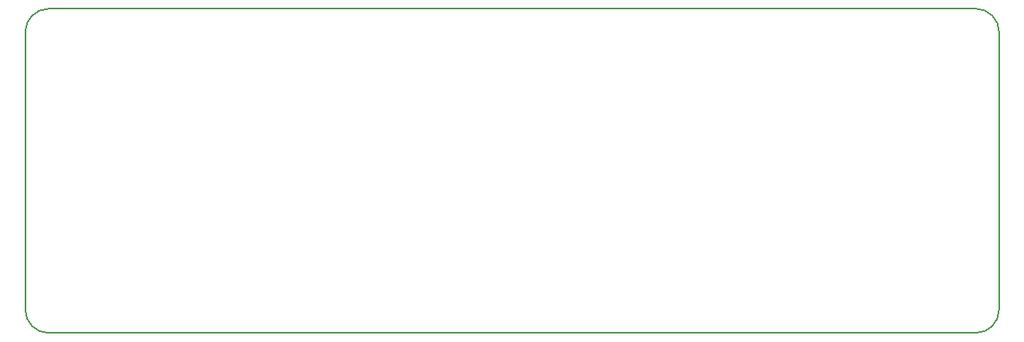
<source format=gbr>
G04 #@! TF.GenerationSoftware,KiCad,Pcbnew,(5.0.2)-1*
G04 #@! TF.CreationDate,2019-04-02T18:39:04-05:00*
G04 #@! TF.ProjectId,CameraPowerInjector_Hardware,43616d65-7261-4506-9f77-6572496e6a65,rev?*
G04 #@! TF.SameCoordinates,Original*
G04 #@! TF.FileFunction,Profile,NP*
%FSLAX46Y46*%
G04 Gerber Fmt 4.6, Leading zero omitted, Abs format (unit mm)*
G04 Created by KiCad (PCBNEW (5.0.2)-1) date 4/2/2019 6:39:04 PM*
%MOMM*%
%LPD*%
G01*
G04 APERTURE LIST*
%ADD10C,0.200000*%
G04 APERTURE END LIST*
D10*
X45720000Y-99060000D02*
X45720000Y-129540000D01*
X48260000Y-96520000D02*
X149860000Y-96520000D01*
X48260000Y-132080000D02*
X149860000Y-132080000D01*
X152400000Y-129540000D02*
X152400000Y-99060000D01*
X45720000Y-99060000D02*
G75*
G02X48260000Y-96520000I2540000J0D01*
G01*
X48260000Y-132080000D02*
G75*
G02X45720000Y-129540000I0J2540000D01*
G01*
X149860000Y-96520000D02*
G75*
G02X152400000Y-99060000I0J-2540000D01*
G01*
X152400000Y-129540000D02*
G75*
G02X149860000Y-132080000I-2540000J0D01*
G01*
M02*

</source>
